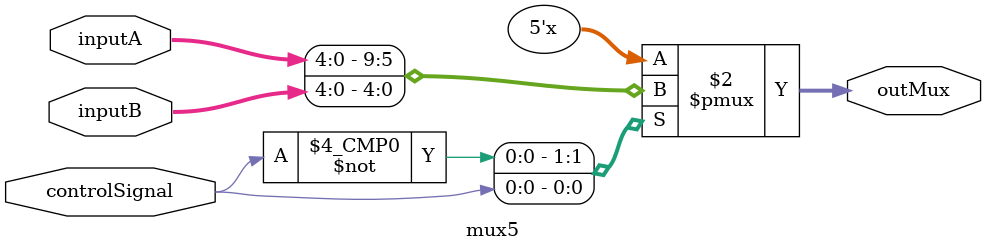
<source format=v>
`timescale 1ns / 1ps
module mux5(
    input [4:0] inputA,
    input [4:0] inputB,
    input controlSignal,
    output reg [4:0] outMux
    );

always @(inputA,inputB, controlSignal )
begin
		case(controlSignal)
		1'b0 : begin
				 outMux <= inputA;
				 end
		1'b1 : begin 
				 outMux <= inputB	;
				 end
		endcase
end
endmodule

</source>
